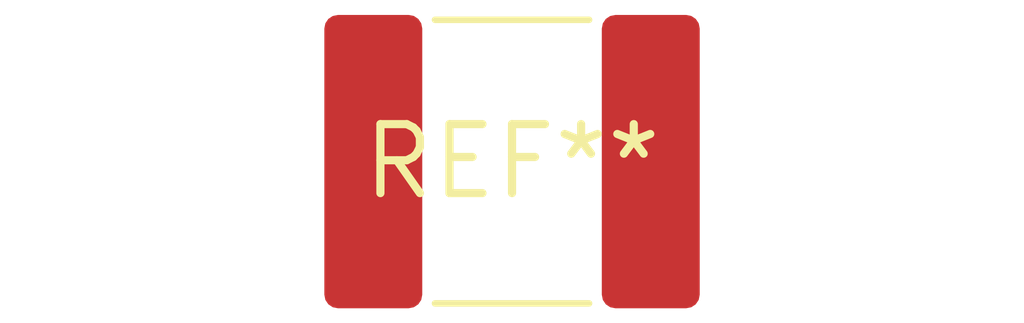
<source format=kicad_pcb>
(kicad_pcb (version 20240108) (generator pcbnew)
  (layers (0 "F.Cu" signal) (31 "B.Cu" signal) (34 "B.Paste" user) (35 "F.Paste" user) (36 "B.SilkS" user "B.Silkscreen") (37 "F.SilkS" user "F.Silkscreen") (38 "B.Mask" user) (39 "F.Mask" user) (44 "Edge.Cuts" user))
  (net 0 "")
  (footprint "C_2220_5750Metric" (layer "F.Cu") (at 0 0)
    (property "Reference" "REF**")
    (property "Value" "C_2220_5750Metric")
    (fp_line (start -1.415748 -2.61) (end 1.415748 -2.61) (layer "F.SilkS") (stroke (width 0.12)))
    (fp_line (start -1.415748 2.61) (end 1.415748 2.61) (layer "F.SilkS") (stroke (width 0.12)))
    (pad "1" smd roundrect (at -2.55 0) (size 1.8 5.4) (layers "F.Cu" "F.Paste" "F.Mask") (roundrect_rratio 0.138889))
    (pad "2" smd roundrect (at 2.55 0) (size 1.8 5.4) (layers "F.Cu" "F.Paste" "F.Mask") (roundrect_rratio 0.138889))
  )
)
</source>
